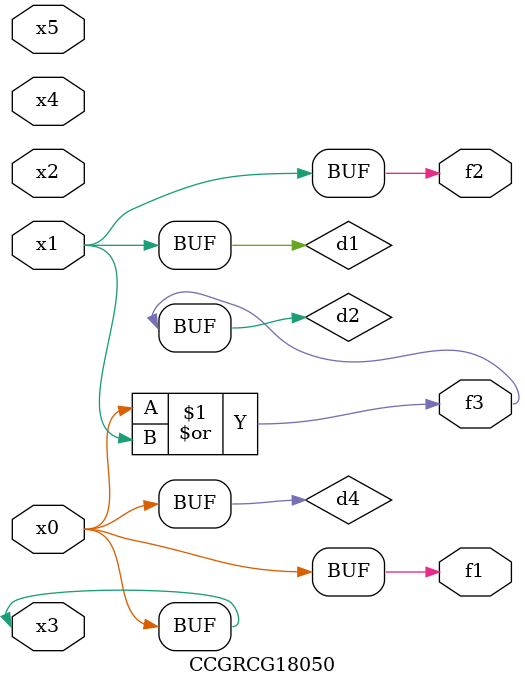
<source format=v>
module CCGRCG18050(
	input x0, x1, x2, x3, x4, x5,
	output f1, f2, f3
);

	wire d1, d2, d3, d4;

	and (d1, x1);
	or (d2, x0, x1);
	nand (d3, x0, x5);
	buf (d4, x0, x3);
	assign f1 = d4;
	assign f2 = d1;
	assign f3 = d2;
endmodule

</source>
